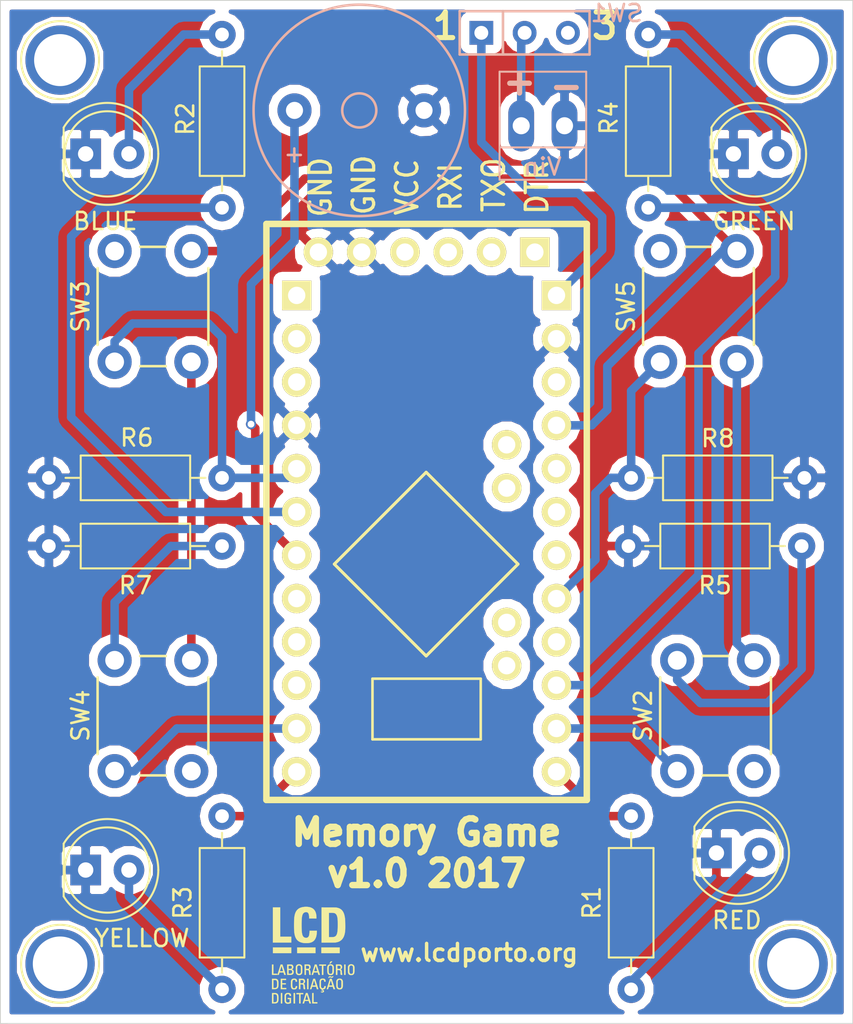
<source format=kicad_pcb>
(kicad_pcb (version 4) (host pcbnew 4.0.6)
  (layers (0 F.Cu signal hide) (31 B.Cu signal hide) (34 B.Paste user) (35 F.Paste user) (36 B.SilkS user) (37 F.SilkS user) (38 B.Mask user) (39 F.Mask user) (44 Edge.Cuts user))
  (net 0 "")
  (net 1 GND)
  (net 2 "Net-(BT1-Pad1)")
  (net 3 /Buzzer)
  (net 4 /LED_RED)
  (net 5 /LED_BLUE)
  (net 6 /LED_YELLOW)
  (net 7 /LED_GREEN)
  (net 8 /Bt_RED)
  (net 9 Bt_Blue)
  (net 10 /Bt_YELLOW)
  (net 11 /Bt_GREEN)
  (net 12 +6V)
  (net 13 "Net-(SW1-Pad3)")
  (net 14 +3V3)
  (net 15 "Net-(X1-Pad4B)")
  (net 16 "Net-(X1-Pad5B)")
  (net 17 "Net-(X1-Pad9D)")
  (net 18 "Net-(X1-Pad10D)")
  (net 19 "Net-(X1-Pad8D)")
  (net 20 "Net-(X1-Pad3D)")
  (net 21 "Net-(X1-Pad1D)")
  (net 22 "Net-(X1-Pad2D)")
  (net 23 "Net-(X1-Pad3A)")
  (net 24 "Net-(X1-Pad7A)")
  (net 25 "Net-(X1-Pad5A)")
  (net 26 "Net-(X1-Pad6A)")
  (net 27 "Net-(X1-Pad9A)")
  (net 28 "Net-(X1-Pad1C)")
  (net 29 "Net-(X1-Pad2C)")
  (net 30 "Net-(X1-Pad3C)")
  (net 31 "Net-(X1-Pad4C)")
  (net 32 "Net-(X1-Pad2B)")
  (net 33 "Net-(X1-Pad3B)")
  (net 34 "Net-(BLUE1-Pad2)")
  (net 35 "Net-(GREEN1-Pad2)")
  (net 36 "Net-(R1-Pad1)")
  (net 37 "Net-(R3-Pad1)")
  (module ArduinoDaniel:Arduino_Pro_Mini_Sparkfun (layer F.Cu) (at 145 100)
    (fp_text reference X1 hide)
    (fp_text value Arduino_Pro_Mini)
    (fp_text user GND (at -6.223 -19.05 90) (layer F.SilkS) (effects (font (size 1.27 1.143) (thickness 0.1905))))
    (fp_text user GND (at -3.683 -19.177 90) (layer F.SilkS) (effects (font (size 1.27 1.143) (thickness 0.1905))))
    (fp_text user VCC (at -1.143 -19.05 90) (layer F.SilkS) (effects (font (size 1.27 1.143) (thickness 0.1905))))
    (fp_text user RXI (at 1.397 -19.05 90) (layer F.SilkS) (effects (font (size 1.27 1.143) (thickness 0.1905))))
    (fp_text user TXO (at 3.937 -19.177 90) (layer F.SilkS) (effects (font (size 1.27 1.143) (thickness 0.1905))))
    (fp_text user DTR (at 6.477 -19.05 90) (layer F.SilkS) (effects (font (size 1.27 1.143) (thickness 0.1905))))
    (pad 4B thru_hole circle (at 4.699 -1.397) (size 1.7272 1.7272) (drill 1.016) (layers *.Cu *.Mask F.SilkS) (net 15 "Net-(X1-Pad4B)"))
    (pad 5B thru_hole circle (at 4.69646 -3.937) (size 1.7272 1.7272) (drill 1.016) (layers *.Cu *.Mask F.SilkS) (net 16 "Net-(X1-Pad5B)"))
    (pad 12D thru_hole circle (at -7.62 15.24) (size 1.7272 1.7272) (drill 1.016) (layers *.Cu *.Mask F.SilkS) (net 6 /LED_YELLOW))
    (pad 11D thru_hole circle (at -7.62 12.7) (size 1.7272 1.7272) (drill 1.016) (layers *.Cu *.Mask F.SilkS) (net 10 /Bt_YELLOW))
    (pad 9D thru_hole circle (at -7.62 7.62) (size 1.7272 1.7272) (drill 1.016) (layers *.Cu *.Mask F.SilkS) (net 17 "Net-(X1-Pad9D)"))
    (pad 10D thru_hole circle (at -7.62 10.16) (size 1.7272 1.7272) (drill 1.016) (layers *.Cu *.Mask F.SilkS) (net 18 "Net-(X1-Pad10D)"))
    (pad 6D thru_hole circle (at -7.62 0) (size 1.7272 1.7272) (drill 1.016) (layers *.Cu *.Mask F.SilkS) (net 5 /LED_BLUE))
    (pad 5D thru_hole circle (at -7.62 -2.54) (size 1.7272 1.7272) (drill 1.016) (layers *.Cu *.Mask F.SilkS) (net 9 Bt_Blue))
    (pad 7D thru_hole circle (at -7.62 2.54) (size 1.7272 1.7272) (drill 1.016) (layers *.Cu *.Mask F.SilkS) (net 3 /Buzzer))
    (pad 8D thru_hole circle (at -7.62 5.08) (size 1.7272 1.7272) (drill 1.016) (layers *.Cu *.Mask F.SilkS) (net 19 "Net-(X1-Pad8D)"))
    (pad 4D thru_hole circle (at -7.62 -5.08) (size 1.7272 1.7272) (drill 1.016) (layers *.Cu *.Mask F.SilkS) (net 1 GND))
    (pad 3D thru_hole circle (at -7.62 -7.62) (size 1.7272 1.7272) (drill 1.016) (layers *.Cu *.Mask F.SilkS) (net 20 "Net-(X1-Pad3D)"))
    (pad 1D thru_hole rect (at -7.62 -12.7) (size 1.7272 1.7272) (drill 1.016) (layers *.Cu *.Mask F.SilkS) (net 21 "Net-(X1-Pad1D)"))
    (pad 2D thru_hole circle (at -7.62 -10.16) (size 1.7272 1.7272) (drill 1.016) (layers *.Cu *.Mask F.SilkS) (net 22 "Net-(X1-Pad2D)"))
    (pad 2A thru_hole circle (at 7.62 -10.16) (size 1.7272 1.7272) (drill 1.016) (layers *.Cu *.Mask F.SilkS) (net 1 GND))
    (pad 1A thru_hole rect (at 7.62 -12.7) (size 1.7272 1.7272) (drill 1.016) (layers *.Cu *.Mask F.SilkS) (net 12 +6V))
    (pad 3A thru_hole circle (at 7.62 -7.62) (size 1.7272 1.7272) (drill 1.016) (layers *.Cu *.Mask F.SilkS) (net 23 "Net-(X1-Pad3A)"))
    (pad 4A thru_hole circle (at 7.62 -5.08) (size 1.7272 1.7272) (drill 1.016) (layers *.Cu *.Mask F.SilkS) (net 14 +3V3))
    (pad 8A thru_hole circle (at 7.62 5.08) (size 1.7272 1.7272) (drill 1.016) (layers *.Cu *.Mask F.SilkS) (net 11 /Bt_GREEN))
    (pad 7A thru_hole circle (at 7.62 2.54) (size 1.7272 1.7272) (drill 1.016) (layers *.Cu *.Mask F.SilkS) (net 24 "Net-(X1-Pad7A)"))
    (pad 5A thru_hole circle (at 7.62 -2.54) (size 1.7272 1.7272) (drill 1.016) (layers *.Cu *.Mask F.SilkS) (net 25 "Net-(X1-Pad5A)"))
    (pad 6A thru_hole circle (at 7.62 0) (size 1.7272 1.7272) (drill 1.016) (layers *.Cu *.Mask F.SilkS) (net 26 "Net-(X1-Pad6A)"))
    (pad 10A thru_hole circle (at 7.62 10.16) (size 1.7272 1.7272) (drill 1.016) (layers *.Cu *.Mask F.SilkS) (net 7 /LED_GREEN))
    (pad 9A thru_hole circle (at 7.62 7.62) (size 1.7272 1.7272) (drill 1.016) (layers *.Cu *.Mask F.SilkS) (net 27 "Net-(X1-Pad9A)"))
    (pad 11A thru_hole circle (at 7.62 12.7) (size 1.7272 1.7272) (drill 1.016) (layers *.Cu *.Mask F.SilkS) (net 8 /Bt_RED))
    (pad 1C thru_hole rect (at 6.35 -15.24) (size 1.7272 1.7272) (drill 1.016) (layers *.Cu *.Mask F.SilkS) (net 28 "Net-(X1-Pad1C)"))
    (pad 2C thru_hole circle (at 3.81 -15.24) (size 1.7272 1.7272) (drill 1.016) (layers *.Cu *.Mask F.SilkS) (net 29 "Net-(X1-Pad2C)"))
    (pad 3C thru_hole circle (at 1.27 -15.24) (size 1.7272 1.7272) (drill 1.016) (layers *.Cu *.Mask F.SilkS) (net 30 "Net-(X1-Pad3C)"))
    (pad 4C thru_hole circle (at -1.27 -15.24) (size 1.7272 1.7272) (drill 1.016) (layers *.Cu *.Mask F.SilkS) (net 31 "Net-(X1-Pad4C)"))
    (pad 5C thru_hole circle (at -3.81 -15.24) (size 1.7272 1.7272) (drill 1.016) (layers *.Cu *.Mask F.SilkS) (net 1 GND))
    (pad 6C thru_hole circle (at -6.35 -15.24) (size 1.7272 1.7272) (drill 1.016) (layers *.Cu *.Mask F.SilkS) (net 1 GND))
    (pad 2B thru_hole circle (at 4.699 9.017) (size 1.7272 1.7272) (drill 1.016) (layers *.Cu *.Mask F.SilkS) (net 32 "Net-(X1-Pad2B)"))
    (pad 3B thru_hole circle (at 4.699 6.477) (size 1.7272 1.7272) (drill 1.016) (layers *.Cu *.Mask F.SilkS) (net 33 "Net-(X1-Pad3B)"))
    (pad 12A thru_hole circle (at 7.62 15.24) (size 1.7272 1.7272) (drill 1.016) (layers *.Cu *.Mask F.SilkS) (net 4 /LED_RED))
  )
  (module Resistors_THT:R_Axial_DIN0207_L6.3mm_D2.5mm_P10.16mm_Horizontal (layer F.Cu) (at 167 102 180)
    (fp_text reference R5 (at 5.08 -2.31 180) (layer F.SilkS))
    (fp_text value R hide)
    (pad 1 thru_hole circle (at 0 0 180) (size 1.6 1.6) (drill 0.8) (layers *.Cu *.Mask) (net 8 /Bt_RED))
    (pad 2 thru_hole oval (at 10.16 0 180) (size 1.6 1.6) (drill 0.8) (layers *.Cu *.Mask) (net 1 GND))
  )
  (module Buttons_Switches_THT:SW_PUSH_6mm (layer F.Cu) (at 162 112 90)
    (fp_text reference SW2 (at 0.05 -4.3 90) (layer F.SilkS))
    (fp_text value bt_red)
    (pad 2 thru_hole circle (at -3.2 2.2 180) (size 2 2) (drill 1.1) (layers *.Cu *.Mask) (net 14 +3V3))
    (pad 1 thru_hole circle (at -3.2 -2.3 180) (size 2 2) (drill 1.1) (layers *.Cu *.Mask) (net 8 /Bt_RED))
    (pad 2 thru_hole circle (at 3.3 2.2 180) (size 2 2) (drill 1.1) (layers *.Cu *.Mask) (net 14 +3V3))
    (pad 1 thru_hole circle (at 3.3 -2.3 180) (size 2 2) (drill 1.1) (layers *.Cu *.Mask) (net 8 /Bt_RED))
  )
  (module Buttons_Switches_THT:SW_PUSH_6mm (layer F.Cu) (at 161 88 90)
    (fp_text reference SW5 (at 0.05 -4.3 90) (layer F.SilkS))
    (fp_text value bt_green)
    (pad 2 thru_hole circle (at -3.2 2.2 180) (size 2 2) (drill 1.1) (layers *.Cu *.Mask) (net 14 +3V3))
    (pad 1 thru_hole circle (at -3.2 -2.3 180) (size 2 2) (drill 1.1) (layers *.Cu *.Mask) (net 11 /Bt_GREEN))
    (pad 2 thru_hole circle (at 3.3 2.2 180) (size 2 2) (drill 1.1) (layers *.Cu *.Mask) (net 14 +3V3))
    (pad 1 thru_hole circle (at 3.3 -2.3 180) (size 2 2) (drill 1.1) (layers *.Cu *.Mask) (net 11 /Bt_GREEN))
  )
  (module Buttons_Switches_THT:SW_PUSH_6mm (layer F.Cu) (at 129 112 90)
    (fp_text reference SW4 (at 0.05 -4.3 90) (layer F.SilkS))
    (fp_text value bt_yellow)
    (pad 2 thru_hole circle (at -3.2 2.2 180) (size 2 2) (drill 1.1) (layers *.Cu *.Mask) (net 14 +3V3))
    (pad 1 thru_hole circle (at -3.2 -2.3 180) (size 2 2) (drill 1.1) (layers *.Cu *.Mask) (net 10 /Bt_YELLOW))
    (pad 2 thru_hole circle (at 3.3 2.2 180) (size 2 2) (drill 1.1) (layers *.Cu *.Mask) (net 14 +3V3))
    (pad 1 thru_hole circle (at 3.3 -2.3 180) (size 2 2) (drill 1.1) (layers *.Cu *.Mask) (net 10 /Bt_YELLOW))
  )
  (module Buttons_Switches_THT:SW_PUSH_6mm (layer F.Cu) (at 129 88 90)
    (fp_text reference SW3 (at 0.05 -4.3 90) (layer F.SilkS))
    (fp_text value bt_blue)
    (pad 2 thru_hole circle (at -3.2 2.2 180) (size 2 2) (drill 1.1) (layers *.Cu *.Mask) (net 14 +3V3))
    (pad 1 thru_hole circle (at -3.2 -2.3 180) (size 2 2) (drill 1.1) (layers *.Cu *.Mask) (net 9 Bt_Blue))
    (pad 2 thru_hole circle (at 3.3 2.2 180) (size 2 2) (drill 1.1) (layers *.Cu *.Mask) (net 14 +3V3))
    (pad 1 thru_hole circle (at 3.3 -2.3 180) (size 2 2) (drill 1.1) (layers *.Cu *.Mask) (net 9 Bt_Blue))
  )
  (module Buzzers_Beepers:Buzzer_12x9.5RM7.6 (layer B.Cu) (at 141.05 76.45)
    (fp_text reference BZ1 hide)
    (fp_text value Buzzer hide)
    (fp_text user + (at -3.81 2.54) (layer B.SilkS) (effects (justify mirror)))
    (pad 1 thru_hole circle (at -3.79984 0) (size 2 2) (drill 1.00076) (layers *.Cu *.Mask) (net 3 /Buzzer))
    (pad 2 thru_hole circle (at 3.79984 0) (size 2 2) (drill 1.00076) (layers *.Cu *.Mask) (net 1 GND))
  )
  (module Buttons_Switches_THT:SW_Micro_SPST (layer B.Cu) (at 150.75 71.9)
    (fp_text reference SW1 (at 5.4 -1.15) (layer B.SilkS) (effects (justify mirror)))
    (fp_text value SW_SPDT)
    (pad 1 thru_hole rect (at -2.54 0) (size 1.397 1.397) (drill 0.8128) (layers *.Cu *.Mask) (net 12 +6V))
    (pad 2 thru_hole circle (at 0 0) (size 1.397 1.397) (drill 0.8128) (layers *.Cu *.Mask) (net 2 "Net-(BT1-Pad1)"))
    (pad 3 thru_hole circle (at 2.54 0) (size 1.397 1.397) (drill 0.8128) (layers *.Cu *.Mask) (net 13 "Net-(SW1-Pad3)"))
  )
  (module LEDs:LED_D5.0mm (layer F.Cu) (at 163 79)
    (fp_text reference GREEN (at 1.2 3.95) (layer F.SilkS))
    (fp_text value D4)
    (pad 1 thru_hole rect (at 0 0) (size 1.8 1.8) (drill 0.9) (layers *.Cu *.Mask) (net 1 GND))
    (pad 2 thru_hole circle (at 2.54 0) (size 1.8 1.8) (drill 0.9) (layers *.Cu *.Mask) (net 35 "Net-(GREEN1-Pad2)"))
  )
  (module LEDs:LED_D5.0mm (layer F.Cu) (at 162 120)
    (fp_text reference RED (at 1.2 3.95) (layer F.SilkS))
    (fp_text value D1)
    (pad 1 thru_hole rect (at 0 0) (size 1.8 1.8) (drill 0.9) (layers *.Cu *.Mask) (net 1 GND))
    (pad 2 thru_hole circle (at 2.54 0) (size 1.8 1.8) (drill 0.9) (layers *.Cu *.Mask) (net 36 "Net-(R1-Pad1)"))
  )
  (module LEDs:LED_D5.0mm (layer F.Cu) (at 125 121)
    (fp_text reference YELLOW (at 3.3 4) (layer F.SilkS))
    (fp_text value D3)
    (pad 1 thru_hole rect (at 0 0) (size 1.8 1.8) (drill 0.9) (layers *.Cu *.Mask) (net 1 GND))
    (pad 2 thru_hole circle (at 2.54 0) (size 1.8 1.8) (drill 0.9) (layers *.Cu *.Mask) (net 37 "Net-(R3-Pad1)"))
  )
  (module LEDs:LED_D5.0mm (layer F.Cu) (at 125 79)
    (fp_text reference BLUE (at 1.15 3.95) (layer F.SilkS))
    (fp_text value D2)
    (pad 1 thru_hole rect (at 0 0) (size 1.8 1.8) (drill 0.9) (layers *.Cu *.Mask) (net 1 GND))
    (pad 2 thru_hole circle (at 2.54 0) (size 1.8 1.8) (drill 0.9) (layers *.Cu *.Mask) (net 34 "Net-(BLUE1-Pad2)"))
  )
  (module Resistors_THT:R_Axial_DIN0207_L6.3mm_D2.5mm_P10.16mm_Horizontal (layer F.Cu) (at 157 128 90)
    (fp_text reference R1 (at 5.08 -2.31 90) (layer F.SilkS))
    (fp_text value R hide)
    (pad 1 thru_hole circle (at 0 0 90) (size 1.6 1.6) (drill 0.8) (layers *.Cu *.Mask) (net 36 "Net-(R1-Pad1)"))
    (pad 2 thru_hole oval (at 10.16 0 90) (size 1.6 1.6) (drill 0.8) (layers *.Cu *.Mask) (net 4 /LED_RED))
  )
  (module Resistors_THT:R_Axial_DIN0207_L6.3mm_D2.5mm_P10.16mm_Horizontal (layer F.Cu) (at 133 72 270)
    (fp_text reference R2 (at 4.95 2.15 270) (layer F.SilkS))
    (fp_text value R hide)
    (pad 1 thru_hole circle (at 0 0 270) (size 1.6 1.6) (drill 0.8) (layers *.Cu *.Mask) (net 34 "Net-(BLUE1-Pad2)"))
    (pad 2 thru_hole oval (at 10.16 0 270) (size 1.6 1.6) (drill 0.8) (layers *.Cu *.Mask) (net 5 /LED_BLUE))
  )
  (module Resistors_THT:R_Axial_DIN0207_L6.3mm_D2.5mm_P10.16mm_Horizontal (layer F.Cu) (at 133 128 90)
    (fp_text reference R3 (at 5.08 -2.31 90) (layer F.SilkS))
    (fp_text value R hide)
    (pad 1 thru_hole circle (at 0 0 90) (size 1.6 1.6) (drill 0.8) (layers *.Cu *.Mask) (net 37 "Net-(R3-Pad1)"))
    (pad 2 thru_hole oval (at 10.16 0 90) (size 1.6 1.6) (drill 0.8) (layers *.Cu *.Mask) (net 6 /LED_YELLOW))
  )
  (module Resistors_THT:R_Axial_DIN0207_L6.3mm_D2.5mm_P10.16mm_Horizontal (layer F.Cu) (at 158 72 270)
    (fp_text reference R4 (at 4.9 2.31 270) (layer F.SilkS))
    (fp_text value R hide)
    (pad 1 thru_hole circle (at 0 0 270) (size 1.6 1.6) (drill 0.8) (layers *.Cu *.Mask) (net 35 "Net-(GREEN1-Pad2)"))
    (pad 2 thru_hole oval (at 10.16 0 270) (size 1.6 1.6) (drill 0.8) (layers *.Cu *.Mask) (net 7 /LED_GREEN))
  )
  (module Resistors_THT:R_Axial_DIN0207_L6.3mm_D2.5mm_P10.16mm_Horizontal (layer F.Cu) (at 133 98 180)
    (fp_text reference R6 (at 5 2.35 180) (layer F.SilkS))
    (fp_text value R hide)
    (pad 1 thru_hole circle (at 0 0 180) (size 1.6 1.6) (drill 0.8) (layers *.Cu *.Mask) (net 9 Bt_Blue))
    (pad 2 thru_hole oval (at 10.16 0 180) (size 1.6 1.6) (drill 0.8) (layers *.Cu *.Mask) (net 1 GND))
  )
  (module Resistors_THT:R_Axial_DIN0207_L6.3mm_D2.5mm_P10.16mm_Horizontal (layer F.Cu) (at 133 102 180)
    (fp_text reference R7 (at 5.08 -2.31 180) (layer F.SilkS))
    (fp_text value R hide)
    (pad 1 thru_hole circle (at 0 0 180) (size 1.6 1.6) (drill 0.8) (layers *.Cu *.Mask) (net 10 /Bt_YELLOW))
    (pad 2 thru_hole oval (at 10.16 0 180) (size 1.6 1.6) (drill 0.8) (layers *.Cu *.Mask) (net 1 GND))
  )
  (module Resistors_THT:R_Axial_DIN0207_L6.3mm_D2.5mm_P10.16mm_Horizontal (layer F.Cu) (at 157 98)
    (fp_text reference R8 (at 5.08 -2.31) (layer F.SilkS))
    (fp_text value R hide)
    (pad 1 thru_hole circle (at 0 0) (size 1.6 1.6) (drill 0.8) (layers *.Cu *.Mask) (net 11 /Bt_GREEN))
    (pad 2 thru_hole oval (at 10.16 0) (size 1.6 1.6) (drill 0.8) (layers *.Cu *.Mask) (net 1 GND))
  )
  (module Connectors:1pin (layer F.Cu) (at 123.5 126.5)
    (fp_text reference REF** hide)
    (fp_text value 1pin hide)
    (pad 1 thru_hole circle (at 0 0) (size 4.064 4.064) (drill 3.2) (layers *.Cu *.Mask))
  )
  (module Connectors:1pin (layer F.Cu) (at 166.5 126.5)
    (fp_text reference REF** hide)
    (fp_text value 1pin hide)
    (pad 1 thru_hole circle (at 0 0) (size 4.064 4.064) (drill 3.048) (layers *.Cu *.Mask))
  )
  (module Connectors:1pin (layer F.Cu) (at 166.5 73.5)
    (fp_text reference REF** hide)
    (fp_text value 1pin hide)
    (pad 1 thru_hole circle (at 0 0) (size 4.064 4.064) (drill 3.048) (layers *.Cu *.Mask))
  )
  (module Connectors:1pin (layer F.Cu) (at 123.5 73.5)
    (fp_text reference REF** hide)
    (fp_text value 1pin hide)
    (pad 1 thru_hole circle (at 0 0) (size 4.064 4.064) (drill 3.048) (layers *.Cu *.Mask))
  )
  (module ArduinoDaniel:lcd_log_5x6mm (layer F.Cu) (at 138.35 126)
    (fp_text reference G*** hide)
    (fp_text value LOGO hide)
  )
  (module Connectors:PINHEAD1-2 (layer B.Cu) (at 150.55 77.35)
    (fp_text reference Vin (at 1.25 2.4) (layer B.SilkS) (effects (justify mirror)))
    (fp_text value Battery_Cell)
    (pad 1 thru_hole oval (at 0 0) (size 1.51 3.01) (drill 1) (layers *.Cu *.Mask) (net 2 "Net-(BT1-Pad1)"))
    (pad 2 thru_hole oval (at 2.54 0) (size 1.51 3.01) (drill 1) (layers *.Cu *.Mask) (net 1 GND))
  )
  (gr_text 3 (at 155.45 71.5) (layer F.SilkS) (effects (font (size 1.5 1.5) (thickness 0.3))))
  (gr_text 1 (at 146.1 71.5) (layer F.SilkS) (effects (font (size 1.5 1.5) (thickness 0.3))))
  (gr_text - (at 153.2 75) (layer B.SilkS) (effects (font (size 1.5 1.5) (thickness 0.3))))
  (gr_text + (at 150.45 74.75) (layer B.SilkS) (effects (font (size 1.5 1.5) (thickness 0.3))))
  (gr_text www.lcdporto.org (at 147.5 125.85) (layer F.SilkS) (effects (font (size 1 1) (thickness 0.2))))
  (gr_line (start 170 130) (end 170 70) (angle 90) (layer Edge.Cuts) (width 0.05))
  (gr_line (start 120 70) (end 170 70) (angle 90) (layer Edge.Cuts) (width 0.05))
  (gr_line (start 120 129.6) (end 120 70) (angle 90) (layer Edge.Cuts) (width 0.05))
  (gr_line (start 120.4 130) (end 170 130) (angle 90) (layer Edge.Cuts) (width 0.05))
  (gr_line (start 120 130) (end 120.4 130) (angle 90) (layer Edge.Cuts) (width 0.05))
  (gr_line (start 120 130) (end 120 129.6) (angle 90) (layer Edge.Cuts) (width 0.05))
  (gr_text - (at 153.2 75) (layer F.SilkS) (effects (font (size 1.5 1.5) (thickness 0.3))))
  (gr_text + (at 150.45 74.75) (layer F.SilkS) (effects (font (size 1.5 1.5) (thickness 0.3))))
  (gr_text "Memory Game\nv1.0 2017" (at 145 120) (layer F.SilkS) (effects (font (size 1.5 1.5) (thickness 0.375))))
  (segment (start 150.55 77.35) (end 150.55 72.1) (width 0.5) (layer B.Cu) (net 2))
  (segment (start 150.55 72.1) (end 150.75 71.9) (width 0.5) (layer B.Cu) (net 2))
  (segment (start 137.25016 76.45) (end 137.25016 84.09984) (width 0.5) (layer B.Cu) (net 3))
  (segment (start 134.95 100.11) (end 137.38 102.54) (width 0.5) (layer F.Cu) (net 3))
  (segment (start 134.95 95.1) (end 134.95 100.11) (width 0.5) (layer F.Cu) (net 3))
  (segment (start 134.7 94.85) (end 134.95 95.1) (width 0.5) (layer F.Cu) (net 3))
  (via (at 134.7 94.85) (size 0.6) (drill 0.4) (layers F.Cu B.Cu) (net 3))
  (segment (start 134.7 86.65) (end 134.7 94.85) (width 0.5) (layer B.Cu) (net 3))
  (segment (start 137.25016 84.09984) (end 134.7 86.65) (width 0.5) (layer B.Cu) (net 3))
  (segment (start 137.38 102.54) (end 136.79 102.54) (width 0.5) (layer F.Cu) (net 3))
  (segment (start 157 117.84) (end 155.22 117.84) (width 0.5) (layer F.Cu) (net 4))
  (segment (start 155.22 117.84) (end 152.62 115.24) (width 0.5) (layer F.Cu) (net 4))
  (segment (start 133 82.16) (end 125.84 82.16) (width 0.5) (layer B.Cu) (net 5))
  (segment (start 129.7 100) (end 137.38 100) (width 0.5) (layer B.Cu) (net 5))
  (segment (start 124.15 94.45) (end 129.7 100) (width 0.5) (layer B.Cu) (net 5))
  (segment (start 124.15 83.85) (end 124.15 94.45) (width 0.5) (layer B.Cu) (net 5))
  (segment (start 125.84 82.16) (end 124.15 83.85) (width 0.5) (layer B.Cu) (net 5))
  (segment (start 133 117.84) (end 134.78 117.84) (width 0.5) (layer F.Cu) (net 6))
  (segment (start 134.78 117.84) (end 137.38 115.24) (width 0.5) (layer F.Cu) (net 6))
  (segment (start 152.62 110.16) (end 154.49 110.16) (width 0.5) (layer B.Cu) (net 7))
  (segment (start 164.21 82.16) (end 158 82.16) (width 0.5) (layer B.Cu) (net 7))
  (segment (start 165.45 83.4) (end 164.21 82.16) (width 0.5) (layer B.Cu) (net 7))
  (segment (start 165.45 86.2) (end 165.45 83.4) (width 0.5) (layer B.Cu) (net 7))
  (segment (start 160.95 90.7) (end 165.45 86.2) (width 0.5) (layer B.Cu) (net 7))
  (segment (start 160.95 103.7) (end 160.95 90.7) (width 0.5) (layer B.Cu) (net 7))
  (segment (start 154.49 110.16) (end 160.95 103.7) (width 0.5) (layer B.Cu) (net 7))
  (segment (start 152.62 110.16) (end 153.29 110.16) (width 0.5) (layer F.Cu) (net 7))
  (segment (start 159.7 108.7) (end 159.7 109.85) (width 0.5) (layer B.Cu) (net 8))
  (segment (start 167 109.2) (end 167 102) (width 0.5) (layer B.Cu) (net 8))
  (segment (start 165 111.2) (end 167 109.2) (width 0.5) (layer B.Cu) (net 8))
  (segment (start 161.05 111.2) (end 165 111.2) (width 0.5) (layer B.Cu) (net 8))
  (segment (start 159.7 109.85) (end 161.05 111.2) (width 0.5) (layer B.Cu) (net 8))
  (segment (start 152.62 112.7) (end 157.2 112.7) (width 0.5) (layer B.Cu) (net 8))
  (segment (start 157.2 112.7) (end 159.7 115.2) (width 0.5) (layer B.Cu) (net 8))
  (segment (start 159.7 108.7) (end 160.3 108.7) (width 0.5) (layer F.Cu) (net 8))
  (segment (start 126.7 91.2) (end 126.7 90) (width 0.5) (layer B.Cu) (net 9))
  (segment (start 133 89.75) (end 133 98) (width 0.5) (layer B.Cu) (net 9))
  (segment (start 132.2 88.95) (end 133 89.75) (width 0.5) (layer B.Cu) (net 9))
  (segment (start 127.75 88.95) (end 132.2 88.95) (width 0.5) (layer B.Cu) (net 9))
  (segment (start 126.7 90) (end 127.75 88.95) (width 0.5) (layer B.Cu) (net 9))
  (segment (start 133 98) (end 136.84 98) (width 0.5) (layer B.Cu) (net 9))
  (segment (start 136.84 98) (end 137.38 97.46) (width 0.5) (layer B.Cu) (net 9))
  (segment (start 136.84 98) (end 137.38 97.46) (width 0.5) (layer F.Cu) (net 9))
  (segment (start 126.7 108.7) (end 126.7 105.3) (width 0.5) (layer B.Cu) (net 10))
  (segment (start 130 102) (end 133 102) (width 0.5) (layer B.Cu) (net 10))
  (segment (start 126.7 105.3) (end 130 102) (width 0.5) (layer B.Cu) (net 10))
  (segment (start 126.7 115.2) (end 127.85 115.2) (width 0.5) (layer B.Cu) (net 10))
  (segment (start 130.35 112.7) (end 137.38 112.7) (width 0.5) (layer B.Cu) (net 10))
  (segment (start 127.85 115.2) (end 130.35 112.7) (width 0.5) (layer B.Cu) (net 10))
  (segment (start 137.255 112.825) (end 137.38 112.7) (width 0.5) (layer F.Cu) (net 10))
  (segment (start 157 92.9) (end 158.7 91.2) (width 0.5) (layer B.Cu) (net 11))
  (segment (start 157 98) (end 157 92.9) (width 0.5) (layer B.Cu) (net 11))
  (segment (start 157 98) (end 155.8 98) (width 0.5) (layer B.Cu) (net 11))
  (segment (start 154.9 102.8) (end 152.62 105.08) (width 0.5) (layer B.Cu) (net 11))
  (segment (start 154.9 98.9) (end 154.9 102.8) (width 0.5) (layer B.Cu) (net 11))
  (segment (start 155.8 98) (end 154.9 98.9) (width 0.5) (layer B.Cu) (net 11))
  (segment (start 157 98) (end 156.5 98) (width 0.5) (layer F.Cu) (net 11))
  (segment (start 148.21 71.9) (end 148.21 78.31) (width 0.5) (layer B.Cu) (net 12))
  (segment (start 155.3 84.62) (end 152.62 87.3) (width 0.5) (layer B.Cu) (net 12))
  (segment (start 155.3 82.7) (end 155.3 84.62) (width 0.5) (layer B.Cu) (net 12))
  (segment (start 153.9 81.3) (end 155.3 82.7) (width 0.5) (layer B.Cu) (net 12))
  (segment (start 151.2 81.3) (end 153.9 81.3) (width 0.5) (layer B.Cu) (net 12))
  (segment (start 148.21 78.31) (end 151.2 81.3) (width 0.5) (layer B.Cu) (net 12))
  (segment (start 131.2 84.7) (end 133.6 84.7) (width 0.5) (layer F.Cu) (net 14))
  (segment (start 158.95 80.45) (end 163.2 84.7) (width 0.5) (layer F.Cu) (net 14))
  (segment (start 137.85 80.45) (end 158.95 80.45) (width 0.5) (layer F.Cu) (net 14))
  (segment (start 133.6 84.7) (end 137.85 80.45) (width 0.5) (layer F.Cu) (net 14))
  (segment (start 131.2 108.7) (end 131.2 91.2) (width 0.5) (layer F.Cu) (net 14))
  (segment (start 152.62 94.92) (end 154.68 94.92) (width 0.5) (layer B.Cu) (net 14))
  (segment (start 155.6 91.45) (end 162.35 84.7) (width 0.5) (layer B.Cu) (net 14))
  (segment (start 155.6 94) (end 155.6 91.45) (width 0.5) (layer B.Cu) (net 14))
  (segment (start 154.68 94.92) (end 155.6 94) (width 0.5) (layer B.Cu) (net 14))
  (segment (start 162.35 84.7) (end 163.2 84.7) (width 0.5) (layer B.Cu) (net 14))
  (segment (start 163.2 91.2) (end 163.2 107.7) (width 0.5) (layer B.Cu) (net 14))
  (segment (start 163.2 107.7) (end 164.2 108.7) (width 0.5) (layer B.Cu) (net 14))
  (segment (start 133 72) (end 130.75 72) (width 0.5) (layer B.Cu) (net 34))
  (segment (start 127.54 75.21) (end 127.54 79) (width 0.5) (layer B.Cu) (net 34))
  (segment (start 130.75 72) (end 127.54 75.21) (width 0.5) (layer B.Cu) (net 34))
  (segment (start 158 72) (end 160 72) (width 0.5) (layer B.Cu) (net 35))
  (segment (start 165.54 77.54) (end 165.54 79) (width 0.5) (layer B.Cu) (net 35))
  (segment (start 160 72) (end 165.54 77.54) (width 0.5) (layer B.Cu) (net 35))
  (segment (start 157 128) (end 157 127.54) (width 0.5) (layer B.Cu) (net 36))
  (segment (start 157 127.54) (end 164.54 120) (width 0.5) (layer B.Cu) (net 36))
  (segment (start 127.54 121) (end 127.54 122.54) (width 0.5) (layer B.Cu) (net 37))
  (segment (start 127.54 122.54) (end 133 128) (width 0.5) (layer B.Cu) (net 37))
  (zone (net 1) (net_name GND) (layer F.Cu) (connect_pads (clearance 0.508)) (min_thickness 0.254) (fill yes (arc_segments 16) (thermal_gap 0.508) (thermal_bridge_width 0.508))
    (polygon (pts (xy 170 130) (xy 120 130) (xy 120 70) (xy 170 70)))
  )
  (zone (net 1) (net_name GND) (layer B.Cu) (connect_pads (clearance 0.508)) (min_thickness 0.254) (fill yes (arc_segments 16) (thermal_gap 0.508) (thermal_bridge_width 0.508))
    (polygon (pts (xy 120 70) (xy 170 70) (xy 170 130) (xy 120 130)))
  )
)
</source>
